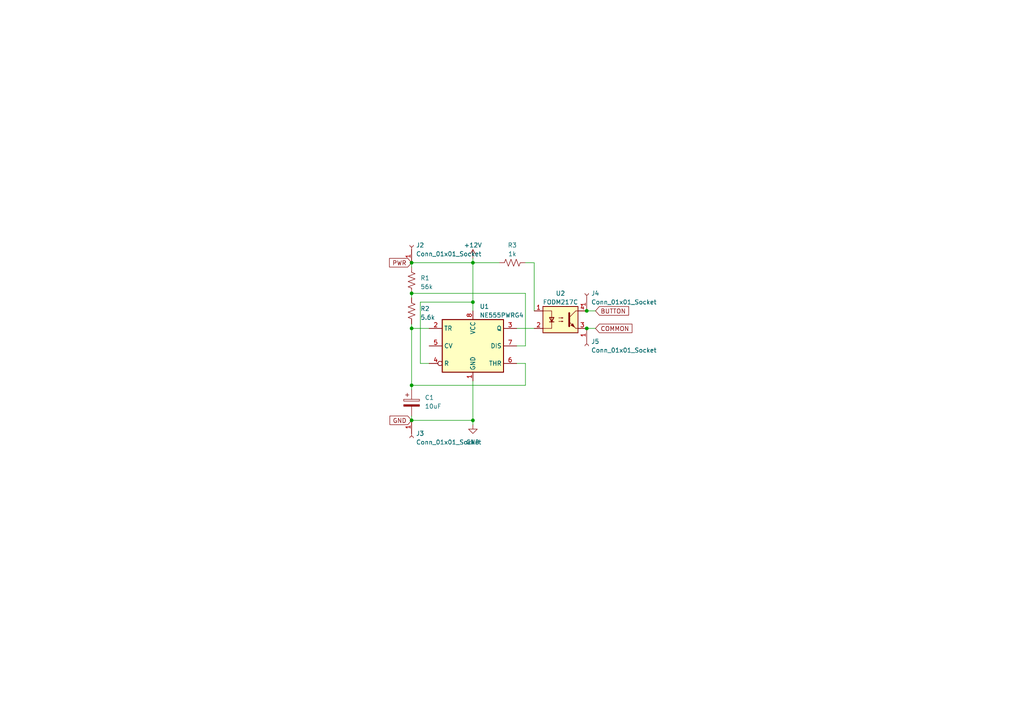
<source format=kicad_sch>
(kicad_sch (version 20230121) (generator eeschema)
  (paper "A4")
  (lib_symbols
    (symbol "Connector:Conn_01x01_Socket" (pin_names (offset 1.016) hide)
      (property "Reference" "J" (at 0 2.54 0))
      (property "Value" "Conn_01x01_Socket" (at 0 -2.54 0))
      (symbol "Conn_01x01_Socket_1_1"
        (polyline (pts (xy -1.27 0) (xy -0.508 0)) (stroke (width 0.1524)))
        (arc (start 0 0.508) (mid -0.5058 0) (end 0 -0.508) (stroke (width 0.1524)))
        (pin passive line (at -5.08 0 0) (length 3.81) (name "Pin_1") (number "1"))
      )
    )
    (symbol "Device:C_Polarized" (pin_numbers hide) (pin_names (offset 0.254))
      (property "Reference" "C" (at 0.635 2.54 0))
      (property "Value" "C_Polarized" (at 0.635 -2.54 0))
      (symbol "C_Polarized_0_1"
        (rectangle (start -2.286 0.508) (end 2.286 1.016))
        (polyline (pts (xy -1.778 2.286) (xy -0.762 2.286)))
        (polyline (pts (xy -1.27 2.794) (xy -1.27 1.778)))
        (rectangle (start 2.286 -0.508) (end -2.286 -1.016) (fill (type outline)))
      )
      (symbol "C_Polarized_1_1"
        (pin passive line (at 0 3.81 270) (length 2.794) (name "~") (number "1"))
        (pin passive line (at 0 -3.81 90) (length 2.794) (name "~") (number "2"))
      )
    )
    (symbol "Device:R_US" (pin_numbers hide) (pin_names (offset 0))
      (property "Reference" "R" (at 2.54 0 90))
      (property "Value" "R_US" (at -2.54 0 90))
      (symbol "R_US_0_1"
        (polyline (pts (xy 0 -2.286) (xy 0 -2.54)))
        (polyline (pts (xy 0 2.286) (xy 0 2.54)))
        (polyline (pts (xy 0 -0.762) (xy 1.016 -1.143) (xy 0 -1.524) (xy -1.016 -1.905) (xy 0 -2.286)))
        (polyline (pts (xy 0 0.762) (xy 1.016 0.381) (xy 0 0) (xy -1.016 -0.381) (xy 0 -0.762)))
        (polyline (pts (xy 0 2.286) (xy 1.016 1.905) (xy 0 1.524) (xy -1.016 1.143) (xy 0 0.762)))
      )
      (symbol "R_US_1_1"
        (pin passive line (at 0 3.81 270) (length 1.27) (name "~") (number "1"))
        (pin passive line (at 0 -3.81 90) (length 1.27) (name "~") (number "2"))
      )
    )
    (symbol "Isolator:FODM217C"
      (property "Reference" "U" (at -5.08 5.08 0))
      (property "Value" "FODM217C" (at 0 5.08 0))
      (symbol "FODM217C_0_1"
        (rectangle (start -5.08 3.81) (end 5.08 -3.81) (stroke (width 0.254)) (fill (type background)))
        (polyline (pts (xy -3.175 -0.635) (xy -1.905 -0.635)) (stroke (width 0.254)))
        (polyline (pts (xy 2.54 0.635) (xy 4.445 2.54)))
        (polyline (pts (xy 4.445 -2.54) (xy 2.54 -0.635)) (fill (type outline)))
        (polyline (pts (xy 4.445 -2.54) (xy 5.08 -2.54)))
        (polyline (pts (xy 4.445 2.54) (xy 5.08 2.54)))
        (polyline (pts (xy -5.08 2.54) (xy -2.54 2.54) (xy -2.54 -0.635)))
        (polyline (pts (xy -2.54 -0.635) (xy -2.54 -2.54) (xy -5.08 -2.54)))
        (polyline (pts (xy 2.54 1.905) (xy 2.54 -1.905) (xy 2.54 -1.905)) (stroke (width 0.508)))
        (polyline (pts (xy -2.54 -0.635) (xy -3.175 0.635) (xy -1.905 0.635) (xy -2.54 -0.635)) (stroke (width 0.254)))
        (polyline (pts (xy -0.508 -0.508) (xy 0.762 -0.508) (xy 0.381 -0.635) (xy 0.381 -0.381) (xy 0.762 -0.508)))
        (polyline (pts (xy -0.508 0.508) (xy 0.762 0.508) (xy 0.381 0.381) (xy 0.381 0.635) (xy 0.762 0.508)))
        (polyline (pts (xy 3.048 -1.651) (xy 3.556 -1.143) (xy 4.064 -2.159) (xy 3.048 -1.651) (xy 3.048 -1.651)) (fill (type outline)))
      )
      (symbol "FODM217C_1_1"
        (pin passive line (at -7.62 2.54 0) (length 2.54) (name "~") (number "1"))
        (pin passive line (at -7.62 -2.54 0) (length 2.54) (name "~") (number "2"))
        (pin passive line (at 7.62 -2.54 180) (length 2.54) (name "~") (number "3"))
        (pin passive line (at 7.62 2.54 180) (length 2.54) (name "~") (number "4"))
      )
    )
    (symbol "Timer:NE555D"
      (property "Reference" "U" (at -10.16 8.89 0))
      (property "Value" "NE555D" (at 2.54 8.89 0))
      (symbol "NE555D_0_0"
        (pin power_in line (at 0 -10.16 90) (length 2.54) (name "GND") (number "1"))
        (pin power_in line (at 0 10.16 270) (length 2.54) (name "VCC") (number "8"))
      )
      (symbol "NE555D_0_1"
        (rectangle (start -8.89 -7.62) (end 8.89 7.62) (stroke (width 0.254)) (fill (type background)))
        (rectangle (start -8.89 -7.62) (end 8.89 7.62) (stroke (width 0.254)) (fill (type background)))
      )
      (symbol "NE555D_1_1"
        (pin input line (at -12.7 5.08 0) (length 3.81) (name "TR") (number "2"))
        (pin output line (at 12.7 5.08 180) (length 3.81) (name "Q") (number "3"))
        (pin input inverted (at -12.7 -5.08 0) (length 3.81) (name "R") (number "4"))
        (pin input line (at -12.7 0 0) (length 3.81) (name "CV") (number "5"))
        (pin input line (at 12.7 -5.08 180) (length 3.81) (name "THR") (number "6"))
        (pin input line (at 12.7 0 180) (length 3.81) (name "DIS") (number "7"))
      )
    )
    (symbol "power:+12V" (power) (pin_names (offset 0))
      (property "Value" "+12V" (at 0 3.556 0))
      (symbol "+12V_0_1"
        (polyline (pts (xy -0.762 1.27) (xy 0 2.54)))
        (polyline (pts (xy 0 0) (xy 0 2.54)))
        (polyline (pts (xy 0 2.54) (xy 0.762 1.27)))
      )
      (symbol "+12V_1_1"
        (pin power_in line (at 0 0 90) (length 0) hide (name "+12V") (number "1"))
      )
    )
    (symbol "power:GND" (power) (pin_names (offset 0))
      (property "Value" "GND" (at 0 -3.81 0))
      (symbol "GND_0_1"
        (polyline (pts (xy 0 0) (xy 0 -1.27) (xy 1.27 -1.27) (xy 0 -2.54) (xy -1.27 -1.27) (xy 0 -1.27)))
      )
      (symbol "GND_1_1"
        (pin power_in line (at 0 0 270) (length 0) hide (name "GND") (number "1"))
      )
    )
  )
  (junction (at 137.16 87.63))
  (junction (at 137.16 121.92))
  (junction (at 119.38 121.92))
  (junction (at 119.38 85.09))
  (junction (at 119.38 95.25))
  (junction (at 170.18 95.25))
  (junction (at 119.38 76.2))
  (junction (at 119.38 111.76))
  (junction (at 170.18 90.17))
  (junction (at 137.16 76.2))
  (wire (pts (xy 137.16 121.92) (xy 137.16 123.19)))
  (wire (pts (xy 137.16 76.2) (xy 144.78 76.2)))
  (wire (pts (xy 137.16 76.2) (xy 137.16 87.63)))
  (wire (pts (xy 137.16 87.63) (xy 137.16 90.17)))
  (wire (pts (xy 119.38 121.92) (xy 119.38 120.65)))
  (wire (pts (xy 152.4 100.33) (xy 149.86 100.33)))
  (wire (pts (xy 119.38 85.09) (xy 152.4 85.09)))
  (wire (pts (xy 137.16 74.93) (xy 137.16 76.2)))
  (wire (pts (xy 172.72 90.17) (xy 170.18 90.17)))
  (wire (pts (xy 119.38 93.98) (xy 119.38 95.25)))
  (wire (pts (xy 119.38 95.25) (xy 124.46 95.25)))
  (wire (pts (xy 121.92 87.63) (xy 121.92 105.41)))
  (wire (pts (xy 154.94 76.2) (xy 154.94 90.17)))
  (wire (pts (xy 119.38 113.03) (xy 119.38 111.76)))
  (wire (pts (xy 152.4 85.09) (xy 152.4 100.33)))
  (wire (pts (xy 119.38 121.92) (xy 137.16 121.92)))
  (wire (pts (xy 119.38 85.09) (xy 119.38 86.36)))
  (wire (pts (xy 149.86 95.25) (xy 154.94 95.25)))
  (wire (pts (xy 119.38 76.2) (xy 119.38 77.47)))
  (wire (pts (xy 137.16 87.63) (xy 121.92 87.63)))
  (wire (pts (xy 172.72 95.25) (xy 170.18 95.25)))
  (wire (pts (xy 119.38 111.76) (xy 119.38 95.25)))
  (wire (pts (xy 149.86 105.41) (xy 152.4 105.41)))
  (wire (pts (xy 152.4 76.2) (xy 154.94 76.2)))
  (wire (pts (xy 121.92 105.41) (xy 124.46 105.41)))
  (wire (pts (xy 152.4 111.76) (xy 119.38 111.76)))
  (wire (pts (xy 119.38 76.2) (xy 137.16 76.2)))
  (wire (pts (xy 137.16 110.49) (xy 137.16 121.92)))
  (wire (pts (xy 152.4 105.41) (xy 152.4 111.76)))
  (global_label "PWR" (shape input) (at 119.38 76.2 180) (property "Intersheetrefs" "${INTERSHEET_REFS}" (effects hide)))
  (global_label "COMMON" (shape input) (at 172.72 95.25 0) (property "Intersheetrefs" "${INTERSHEET_REFS}" (effects hide)))
  (global_label "GND" (shape input) (at 119.38 121.92 180) (property "Intersheetrefs" "${INTERSHEET_REFS}" (effects hide)))
  (global_label "BUTTON" (shape input) (at 172.72 90.17 0) (property "Intersheetrefs" "${INTERSHEET_REFS}" (effects hide)))
  (symbol (lib_id "Device:C_Polarized") (at 119.38 116.84 0) (unit 1)
    (property "Reference" "C1" (at 123.19 115.316 0) (effects (justify left)))
    (property "Value" "10uF" (at 123.19 117.856 0) (effects (justify left)))
    (property "Footprint" "Capacitor_SMD:C_0603_1608Metric_Pad1.08x0.95mm_HandSolder" (effects hide))
  )
  (symbol (lib_id "Device:R_US") (at 148.59 76.2 90) (unit 1)
    (property "Reference" "R3" (at 148.59 71.12 90))
    (property "Value" "1k" (at 148.59 73.66 90))
    (property "Footprint" "Resistor_SMD:R_0603_1608Metric_Pad0.98x0.95mm_HandSolder" (effects hide))
  )
  (symbol (lib_id "Connector:Conn_01x01_Socket") (at 119.38 71.12 90) (unit 1)
    (property "Reference" "J2" (at 120.65 71.12 90) (effects (justify right)))
    (property "Value" "Conn_01x01_Socket" (at 120.65 73.66 90) (effects (justify right)))
    (property "Footprint" "Connector_PinHeader_2.54mm:PinHeader_1x01_P2.54mm_Vertical" (effects hide))
  )
  (symbol (lib_id "power:GND") (at 137.16 123.19 0) (unit 1)
    (property "Reference" "#PWR02" (effects hide))
    (property "Value" "GND" (at 137.16 128.27 0))
  )
  (symbol (lib_id "Isolator:FODM217C") (at 162.56 92.71 0) (unit 1)
    (property "Reference" "U2" (at 162.56 85.09 0))
    (property "Value" "FODM217C" (at 162.56 87.63 0))
    (property "Footprint" "Package_SO:SOP-4_4.4x2.6mm_P1.27mm" (effects hide))
    (property "Datasheet" "https://www.onsemi.com/pub/Collateral/FODM214-D.PDF" (effects hide))
  )
  (symbol (lib_id "Connector:Conn_01x01_Socket") (at 170.18 100.33 270) (unit 1)
    (property "Reference" "J5" (at 171.45 99.06 90) (effects (justify left)))
    (property "Value" "Conn_01x01_Socket" (at 171.45 101.6 90) (effects (justify left)))
    (property "Footprint" "Connector_PinHeader_2.54mm:PinHeader_1x01_P2.54mm_Vertical" (effects hide))
  )
  (symbol (lib_id "power:+12V") (at 137.16 74.93 0) (unit 1)
    (property "Reference" "#PWR01" (effects hide))
    (property "Value" "+12V" (at 137.16 71.12 0))
  )
  (symbol (lib_id "Timer:NE555D") (at 137.16 100.33 0) (unit 1)
    (property "Reference" "U1" (at 139.1159 88.9 0) (effects (justify left)))
    (property "Value" "NE555PWRG4" (at 139.1159 91.44 0) (effects (justify left)))
    (property "Footprint" "Package_SO:TSSOP-8_4.4x3mm_P0.65mm" (effects hide))
    (property "Datasheet" "http://www.ti.com/lit/ds/symlink/ne555.pdf" (effects hide))
  )
  (symbol (lib_id "Device:R_US") (at 119.38 81.28 0) (unit 1)
    (property "Reference" "R1" (at 121.92 80.645 0) (effects (justify left)))
    (property "Value" "56k" (at 121.92 83.185 0) (effects (justify left)))
    (property "Footprint" "Resistor_SMD:R_0603_1608Metric_Pad0.98x0.95mm_HandSolder" (effects hide))
  )
  (symbol (lib_id "Connector:Conn_01x01_Socket") (at 119.38 127 270) (unit 1)
    (property "Reference" "J3" (at 120.65 125.73 90) (effects (justify left)))
    (property "Value" "Conn_01x01_Socket" (at 120.65 128.27 90) (effects (justify left)))
    (property "Footprint" "Connector_PinHeader_2.54mm:PinHeader_1x01_P2.54mm_Vertical" (effects hide))
  )
  (symbol (lib_id "Connector:Conn_01x01_Socket") (at 170.18 85.09 90) (unit 1)
    (property "Reference" "J4" (at 171.45 85.09 90) (effects (justify right)))
    (property "Value" "Conn_01x01_Socket" (at 171.45 87.63 90) (effects (justify right)))
    (property "Footprint" "Connector_PinHeader_2.54mm:PinHeader_1x01_P2.54mm_Vertical" (effects hide))
  )
  (symbol (lib_id "Device:R_US") (at 119.38 90.17 0) (unit 1)
    (property "Reference" "R2" (at 121.92 89.535 0) (effects (justify left)))
    (property "Value" "5.6k" (at 121.92 92.075 0) (effects (justify left)))
    (property "Footprint" "Resistor_SMD:R_0603_1608Metric_Pad0.98x0.95mm_HandSolder" (effects hide))
  )
)
</source>
